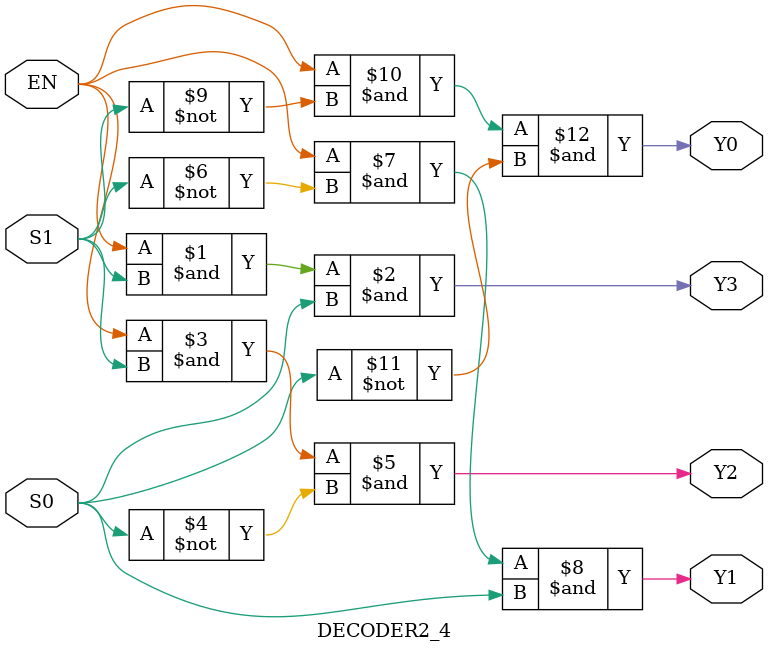
<source format=v>
/*
Lab 7
Date: 02-20-2014
Title: 2 to 4 Decoder with Enable
*/

module DECODER2_4(S1,S0,EN,Y3,Y2,Y1,Y0);
input S1,S0,EN;
output Y3,Y2,Y1,Y0;
assign Y3 = EN & S1 & S0;
assign Y2 = EN & S1 & ~S0;
assign Y1 = EN & ~S1 & S0;
assign Y0 = EN & ~S1 & ~S0;
endmodule

</source>
